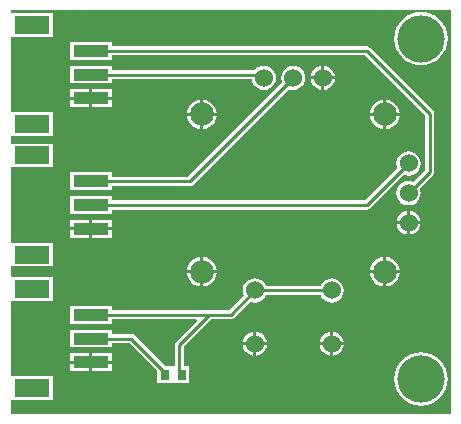
<source format=gtl>
%FSLAX25Y25*%
%MOIN*%
G70*
G01*
G75*
G04 Layer_Physical_Order=1*
G04 Layer_Color=255*
%ADD10R,0.11811X0.03937*%
%ADD11R,0.11811X0.05906*%
%ADD12R,0.03150X0.03543*%
%ADD13C,0.01000*%
%ADD14C,0.06000*%
%ADD15C,0.07874*%
%ADD16C,0.15748*%
G36*
X148077Y1529D02*
X1529D01*
Y6161D01*
X1529D01*
X1559D01*
X1883Y6161D01*
X1883Y6161D01*
Y6161D01*
X15370D01*
Y14067D01*
X1883D01*
X1883Y14067D01*
Y14067D01*
X1559Y14067D01*
X1529Y14097D01*
Y39232D01*
X1529D01*
X1559D01*
X1883Y39232D01*
X1883Y39232D01*
Y39232D01*
X15370D01*
Y47138D01*
X1883D01*
X1883Y47138D01*
Y47138D01*
X1559Y47138D01*
X1529Y47168D01*
Y50661D01*
X1529D01*
X1559D01*
X1883Y50661D01*
X1883Y50661D01*
Y50661D01*
X15370D01*
Y58567D01*
X1883D01*
X1883Y58567D01*
Y58567D01*
X1559Y58567D01*
X1529Y58597D01*
Y83732D01*
X1529D01*
X1559D01*
X1883Y83732D01*
X1883Y83732D01*
Y83732D01*
X15370D01*
Y91638D01*
X1883D01*
X1883Y91638D01*
Y91638D01*
X1559Y91638D01*
X1529Y91667D01*
Y94161D01*
X1529D01*
X1559D01*
X1883Y94161D01*
X1883Y94161D01*
Y94161D01*
X15370D01*
Y102067D01*
X1883D01*
X1883Y102067D01*
Y102067D01*
X1559Y102067D01*
X1529Y102097D01*
Y127232D01*
X1529D01*
X1559D01*
X1883Y127232D01*
X1883Y127232D01*
Y127232D01*
X15370D01*
Y135138D01*
X1883D01*
X1883Y135138D01*
Y135138D01*
X1559Y135138D01*
X1529Y135168D01*
Y136266D01*
X148077D01*
Y1529D01*
D02*
G37*
%LPC*%
G36*
X131075Y48469D02*
X126661D01*
Y44055D01*
X127450Y44159D01*
X128651Y44656D01*
X129683Y45447D01*
X130474Y46479D01*
X130971Y47680D01*
X131075Y48469D01*
D02*
G37*
G36*
X108445Y46704D02*
X107401Y46566D01*
X106428Y46163D01*
X105592Y45522D01*
X104951Y44687D01*
X104749Y44199D01*
X86550D01*
X86348Y44687D01*
X85707Y45522D01*
X84872Y46163D01*
X83899Y46566D01*
X82854Y46704D01*
X81810Y46566D01*
X80837Y46163D01*
X80001Y45522D01*
X79360Y44687D01*
X78957Y43714D01*
X78820Y42669D01*
X78957Y41625D01*
X79159Y41137D01*
X74075Y36053D01*
X35055D01*
Y37492D01*
X21244D01*
Y31555D01*
X35055D01*
Y32994D01*
X63304D01*
X63495Y32532D01*
X56537Y25574D01*
X56205Y25077D01*
X56089Y24492D01*
Y17421D01*
X55831Y17421D01*
D01*
X55468D01*
Y17421D01*
X53072D01*
X42763Y27731D01*
X42266Y28063D01*
X41681Y28179D01*
X35055D01*
Y29618D01*
X21244D01*
Y23681D01*
X35055D01*
Y25120D01*
X41048D01*
X50319Y15849D01*
Y11878D01*
X55468D01*
Y11878D01*
X55468D01*
X55468Y11878D01*
X55831D01*
Y11878D01*
X60980D01*
Y17421D01*
X59148D01*
Y23859D01*
X68283Y32994D01*
X74709D01*
X75294Y33111D01*
X75790Y33442D01*
X75790Y33442D01*
X75790Y33442D01*
X81322Y38974D01*
X81810Y38772D01*
X82854Y38635D01*
X83899Y38772D01*
X84872Y39175D01*
X85707Y39816D01*
X86348Y40652D01*
X86550Y41140D01*
X104749D01*
X104951Y40652D01*
X105592Y39816D01*
X106428Y39175D01*
X107401Y38772D01*
X108445Y38635D01*
X109489Y38772D01*
X110462Y39175D01*
X111298Y39816D01*
X111939Y40652D01*
X112342Y41625D01*
X112479Y42669D01*
X112342Y43714D01*
X111939Y44687D01*
X111298Y45522D01*
X110462Y46163D01*
X109489Y46566D01*
X108445Y46704D01*
D02*
G37*
G36*
X64638Y53882D02*
X63849Y53778D01*
X62648Y53281D01*
X61617Y52490D01*
X60825Y51458D01*
X60328Y50257D01*
X60224Y49468D01*
X64638D01*
Y53882D01*
D02*
G37*
G36*
Y48469D02*
X60224D01*
X60328Y47680D01*
X60825Y46479D01*
X61617Y45447D01*
X62648Y44656D01*
X63849Y44159D01*
X64638Y44055D01*
Y48469D01*
D02*
G37*
G36*
X70052D02*
X65638D01*
Y44055D01*
X66427Y44159D01*
X67628Y44656D01*
X68659Y45447D01*
X69450Y46479D01*
X69948Y47680D01*
X70052Y48469D01*
D02*
G37*
G36*
X125661D02*
X121248D01*
X121352Y47680D01*
X121849Y46479D01*
X122640Y45447D01*
X123672Y44656D01*
X124873Y44159D01*
X125661Y44055D01*
Y48469D01*
D02*
G37*
G36*
X27650Y62776D02*
X21244D01*
Y60307D01*
X27650D01*
Y62776D01*
D02*
G37*
G36*
X35055D02*
X28650D01*
Y60307D01*
X35055D01*
Y62776D01*
D02*
G37*
G36*
X133535Y64807D02*
X130067D01*
X130138Y64263D01*
X130541Y63290D01*
X131183Y62454D01*
X132018Y61813D01*
X132991Y61410D01*
X133535Y61338D01*
Y64807D01*
D02*
G37*
G36*
X65638Y53882D02*
Y49468D01*
X70052D01*
X69948Y50257D01*
X69450Y51458D01*
X68659Y52490D01*
X67628Y53281D01*
X66427Y53778D01*
X65638Y53882D01*
D02*
G37*
G36*
X125661D02*
X124873Y53778D01*
X123672Y53281D01*
X122640Y52490D01*
X121849Y51458D01*
X121352Y50257D01*
X121248Y49468D01*
X125661D01*
Y53882D01*
D02*
G37*
G36*
X126661D02*
Y49468D01*
X131075D01*
X130971Y50257D01*
X130474Y51458D01*
X129683Y52490D01*
X128651Y53281D01*
X127450Y53778D01*
X126661Y53882D01*
D02*
G37*
G36*
X108945Y28921D02*
Y25453D01*
X112414D01*
X112342Y25997D01*
X111939Y26970D01*
X111298Y27806D01*
X110462Y28447D01*
X109489Y28850D01*
X108945Y28921D01*
D02*
G37*
G36*
X27650Y21744D02*
X21244D01*
Y19276D01*
X27650D01*
Y21744D01*
D02*
G37*
G36*
X35055D02*
X28650D01*
Y19276D01*
X35055D01*
Y21744D01*
D02*
G37*
G36*
X82354Y24453D02*
X78886D01*
X78957Y23909D01*
X79360Y22936D01*
X80001Y22100D01*
X80837Y21459D01*
X81810Y21056D01*
X82354Y20984D01*
Y24453D01*
D02*
G37*
G36*
X138150Y22067D02*
X136410Y21895D01*
X134737Y21388D01*
X133196Y20564D01*
X131844Y19455D01*
X130735Y18104D01*
X129911Y16562D01*
X129404Y14889D01*
X129233Y13150D01*
X129404Y11410D01*
X129911Y9737D01*
X130735Y8196D01*
X131844Y6844D01*
X133196Y5735D01*
X134737Y4911D01*
X136410Y4404D01*
X138150Y4233D01*
X139889Y4404D01*
X141562Y4911D01*
X143104Y5735D01*
X144455Y6844D01*
X145564Y8196D01*
X146388Y9737D01*
X146895Y11410D01*
X147067Y13150D01*
X146895Y14889D01*
X146388Y16562D01*
X145564Y18104D01*
X144455Y19455D01*
X143104Y20564D01*
X141562Y21388D01*
X139889Y21895D01*
X138150Y22067D01*
D02*
G37*
G36*
X27650Y18276D02*
X21244D01*
Y15807D01*
X27650D01*
Y18276D01*
D02*
G37*
G36*
X35055D02*
X28650D01*
Y15807D01*
X35055D01*
Y18276D01*
D02*
G37*
G36*
X82354Y28921D02*
X81810Y28850D01*
X80837Y28447D01*
X80001Y27806D01*
X79360Y26970D01*
X78957Y25997D01*
X78886Y25453D01*
X82354D01*
Y28921D01*
D02*
G37*
G36*
X83354D02*
Y25453D01*
X86823D01*
X86751Y25997D01*
X86348Y26970D01*
X85707Y27806D01*
X84872Y28447D01*
X83899Y28850D01*
X83354Y28921D01*
D02*
G37*
G36*
X107945D02*
X107401Y28850D01*
X106428Y28447D01*
X105592Y27806D01*
X104951Y26970D01*
X104548Y25997D01*
X104476Y25453D01*
X107945D01*
Y28921D01*
D02*
G37*
G36*
X86823Y24453D02*
X83354D01*
Y20984D01*
X83899Y21056D01*
X84872Y21459D01*
X85707Y22100D01*
X86348Y22936D01*
X86751Y23909D01*
X86823Y24453D01*
D02*
G37*
G36*
X107945D02*
X104476D01*
X104548Y23909D01*
X104951Y22936D01*
X105592Y22100D01*
X106428Y21459D01*
X107401Y21056D01*
X107945Y20984D01*
Y24453D01*
D02*
G37*
G36*
X112414D02*
X108945D01*
Y20984D01*
X109489Y21056D01*
X110462Y21459D01*
X111298Y22100D01*
X111939Y22936D01*
X112342Y23909D01*
X112414Y24453D01*
D02*
G37*
G36*
X138004Y64807D02*
X134535D01*
Y61338D01*
X135080Y61410D01*
X136053Y61813D01*
X136888Y62454D01*
X137529Y63290D01*
X137933Y64263D01*
X138004Y64807D01*
D02*
G37*
G36*
X27650Y109744D02*
X21244D01*
Y107276D01*
X27650D01*
Y109744D01*
D02*
G37*
G36*
X35055D02*
X28650D01*
Y107276D01*
X35055D01*
Y109744D01*
D02*
G37*
G36*
Y117618D02*
X21244D01*
Y111681D01*
X35055D01*
Y113120D01*
X81827D01*
X81910Y112491D01*
X82313Y111518D01*
X82954Y110683D01*
X83790Y110041D01*
X84763Y109638D01*
X85807Y109501D01*
X86851Y109638D01*
X87824Y110041D01*
X88660Y110683D01*
X89301Y111518D01*
X89704Y112491D01*
X89842Y113535D01*
X89704Y114580D01*
X89301Y115553D01*
X88660Y116388D01*
X87824Y117029D01*
X86851Y117432D01*
X85807Y117570D01*
X84763Y117432D01*
X83790Y117029D01*
X82954Y116388D01*
X82794Y116179D01*
X35055D01*
Y117618D01*
D02*
G37*
G36*
X126661Y106245D02*
Y101831D01*
X131075D01*
X130971Y102620D01*
X130474Y103821D01*
X129683Y104852D01*
X128651Y105643D01*
X127450Y106141D01*
X126661Y106245D01*
D02*
G37*
G36*
X27650Y106276D02*
X21244D01*
Y103807D01*
X27650D01*
Y106276D01*
D02*
G37*
G36*
X35055D02*
X28650D01*
Y103807D01*
X35055D01*
Y106276D01*
D02*
G37*
G36*
X104992Y117504D02*
X104448Y117432D01*
X103475Y117029D01*
X102639Y116388D01*
X101998Y115553D01*
X101595Y114580D01*
X101523Y114035D01*
X104992D01*
Y117504D01*
D02*
G37*
G36*
X105992D02*
Y114035D01*
X109461D01*
X109389Y114580D01*
X108986Y115553D01*
X108345Y116388D01*
X107509Y117029D01*
X106536Y117432D01*
X105992Y117504D01*
D02*
G37*
G36*
X138150Y135567D02*
X136410Y135395D01*
X134737Y134888D01*
X133196Y134064D01*
X131844Y132955D01*
X130735Y131604D01*
X129911Y130062D01*
X129404Y128389D01*
X129233Y126650D01*
X129404Y124910D01*
X129911Y123237D01*
X130735Y121696D01*
X131844Y120344D01*
X133196Y119235D01*
X134737Y118411D01*
X136410Y117904D01*
X138150Y117733D01*
X139889Y117904D01*
X141562Y118411D01*
X143104Y119235D01*
X144455Y120344D01*
X145564Y121696D01*
X146388Y123237D01*
X146895Y124910D01*
X147067Y126650D01*
X146895Y128389D01*
X146388Y130062D01*
X145564Y131604D01*
X144455Y132955D01*
X143104Y134064D01*
X141562Y134888D01*
X139889Y135395D01*
X138150Y135567D01*
D02*
G37*
G36*
X95650Y117570D02*
X94605Y117432D01*
X93632Y117029D01*
X92797Y116388D01*
X92156Y115553D01*
X91753Y114580D01*
X91615Y113535D01*
X91753Y112491D01*
X91955Y112003D01*
X60504Y80553D01*
X35055D01*
Y81992D01*
X21244D01*
Y76055D01*
X35055D01*
Y77494D01*
X61138D01*
X61723Y77611D01*
X62219Y77942D01*
X62219Y77942D01*
X62219Y77942D01*
X94117Y109841D01*
X94605Y109638D01*
X95650Y109501D01*
X96694Y109638D01*
X97667Y110041D01*
X98502Y110683D01*
X99144Y111518D01*
X99547Y112491D01*
X99684Y113535D01*
X99547Y114580D01*
X99144Y115553D01*
X98502Y116388D01*
X97667Y117029D01*
X96694Y117432D01*
X95650Y117570D01*
D02*
G37*
G36*
X104992Y113035D02*
X101523D01*
X101595Y112491D01*
X101998Y111518D01*
X102639Y110683D01*
X103475Y110041D01*
X104448Y109638D01*
X104992Y109567D01*
Y113035D01*
D02*
G37*
G36*
X109461D02*
X105992D01*
Y109567D01*
X106536Y109638D01*
X107509Y110041D01*
X108345Y110683D01*
X108986Y111518D01*
X109389Y112491D01*
X109461Y113035D01*
D02*
G37*
G36*
X125661Y106245D02*
X124873Y106141D01*
X123672Y105643D01*
X122640Y104852D01*
X121849Y103821D01*
X121352Y102620D01*
X121248Y101831D01*
X125661D01*
Y106245D01*
D02*
G37*
G36*
X134535Y69276D02*
Y65807D01*
X138004D01*
X137933Y66351D01*
X137529Y67324D01*
X136888Y68160D01*
X136053Y68801D01*
X135080Y69204D01*
X134535Y69276D01*
D02*
G37*
G36*
X35055Y125492D02*
X21244D01*
Y119555D01*
X35055D01*
Y120994D01*
X119642D01*
X139620Y101016D01*
Y82897D01*
X135567Y78845D01*
X135080Y79047D01*
X134035Y79184D01*
X132991Y79047D01*
X132018Y78644D01*
X131183Y78002D01*
X130541Y77167D01*
X130138Y76194D01*
X130001Y75150D01*
X130138Y74105D01*
X130541Y73132D01*
X131183Y72297D01*
X132018Y71656D01*
X132991Y71253D01*
X134035Y71115D01*
X135080Y71253D01*
X136053Y71656D01*
X136888Y72297D01*
X137529Y73132D01*
X137933Y74105D01*
X138070Y75150D01*
X137933Y76194D01*
X137730Y76682D01*
X142231Y81182D01*
X142563Y81678D01*
X142679Y82264D01*
Y101650D01*
X142563Y102235D01*
X142231Y102731D01*
X121357Y123605D01*
X120861Y123937D01*
X120276Y124053D01*
X35055D01*
Y125492D01*
D02*
G37*
G36*
X134035Y89027D02*
X132991Y88889D01*
X132018Y88486D01*
X131183Y87845D01*
X130541Y87009D01*
X130138Y86036D01*
X130001Y84992D01*
X130138Y83948D01*
X130341Y83460D01*
X119559Y72679D01*
X35055D01*
Y74118D01*
X21244D01*
Y68181D01*
X35055D01*
Y69620D01*
X120193D01*
X120778Y69737D01*
X121274Y70068D01*
X121274Y70068D01*
X121274Y70068D01*
X132503Y81297D01*
X132991Y81095D01*
X134035Y80958D01*
X135080Y81095D01*
X136053Y81498D01*
X136888Y82139D01*
X137529Y82975D01*
X137933Y83948D01*
X138070Y84992D01*
X137933Y86036D01*
X137529Y87009D01*
X136888Y87845D01*
X136053Y88486D01*
X135080Y88889D01*
X134035Y89027D01*
D02*
G37*
G36*
X27650Y66244D02*
X21244D01*
Y63776D01*
X27650D01*
Y66244D01*
D02*
G37*
G36*
X35055D02*
X28650D01*
Y63776D01*
X35055D01*
Y66244D01*
D02*
G37*
G36*
X133535Y69276D02*
X132991Y69204D01*
X132018Y68801D01*
X131183Y68160D01*
X130541Y67324D01*
X130138Y66351D01*
X130067Y65807D01*
X133535D01*
Y69276D01*
D02*
G37*
G36*
X131075Y100831D02*
X126661D01*
Y96417D01*
X127450Y96521D01*
X128651Y97018D01*
X129683Y97810D01*
X130474Y98841D01*
X130971Y100042D01*
X131075Y100831D01*
D02*
G37*
G36*
X64638Y106245D02*
X63849Y106141D01*
X62648Y105643D01*
X61617Y104852D01*
X60825Y103821D01*
X60328Y102620D01*
X60224Y101831D01*
X64638D01*
Y106245D01*
D02*
G37*
G36*
X65638D02*
Y101831D01*
X70052D01*
X69948Y102620D01*
X69450Y103821D01*
X68659Y104852D01*
X67628Y105643D01*
X66427Y106141D01*
X65638Y106245D01*
D02*
G37*
G36*
X64638Y100831D02*
X60224D01*
X60328Y100042D01*
X60825Y98841D01*
X61617Y97810D01*
X62648Y97018D01*
X63849Y96521D01*
X64638Y96417D01*
Y100831D01*
D02*
G37*
G36*
X70052D02*
X65638D01*
Y96417D01*
X66427Y96521D01*
X67628Y97018D01*
X68659Y97810D01*
X69450Y98841D01*
X69948Y100042D01*
X70052Y100831D01*
D02*
G37*
G36*
X125661D02*
X121248D01*
X121352Y100042D01*
X121849Y98841D01*
X122640Y97810D01*
X123672Y97018D01*
X124873Y96521D01*
X125661Y96417D01*
Y100831D01*
D02*
G37*
%LPD*%
D10*
X28150Y26650D02*
D03*
Y34524D02*
D03*
Y18776D02*
D03*
Y71150D02*
D03*
Y79024D02*
D03*
Y63276D02*
D03*
Y114650D02*
D03*
Y122524D02*
D03*
Y106776D02*
D03*
D11*
X8465Y10114D02*
D03*
Y43185D02*
D03*
Y54614D02*
D03*
Y87685D02*
D03*
Y98114D02*
D03*
Y131185D02*
D03*
D12*
X58406Y14650D02*
D03*
X52894D02*
D03*
D13*
X74709Y34524D02*
X82854Y42669D01*
X108445D01*
X28150Y26650D02*
X41681D01*
X53681Y14650D01*
X28150Y34524D02*
X67650D01*
X74709D01*
X57618Y14650D02*
Y24492D01*
X67650Y34524D01*
X28150Y79024D02*
X61138D01*
X95650Y113535D01*
X28150Y114650D02*
X84693D01*
X85807Y113535D01*
X28150Y122524D02*
X120276D01*
X141150Y101650D01*
Y82264D02*
Y101650D01*
X134035Y75150D02*
X141150Y82264D01*
X28150Y71150D02*
X120193D01*
X134035Y84992D01*
D14*
X82854Y24953D02*
D03*
X108445D02*
D03*
Y42669D02*
D03*
X134035Y65307D02*
D03*
Y75150D02*
D03*
X85807Y113535D02*
D03*
X95650D02*
D03*
X105492D02*
D03*
X134035Y84992D02*
D03*
X82854Y42669D02*
D03*
D15*
X126161Y48968D02*
D03*
X65138D02*
D03*
X126161Y101331D02*
D03*
X65138D02*
D03*
D16*
X138150Y126650D02*
D03*
Y13150D02*
D03*
M02*

</source>
